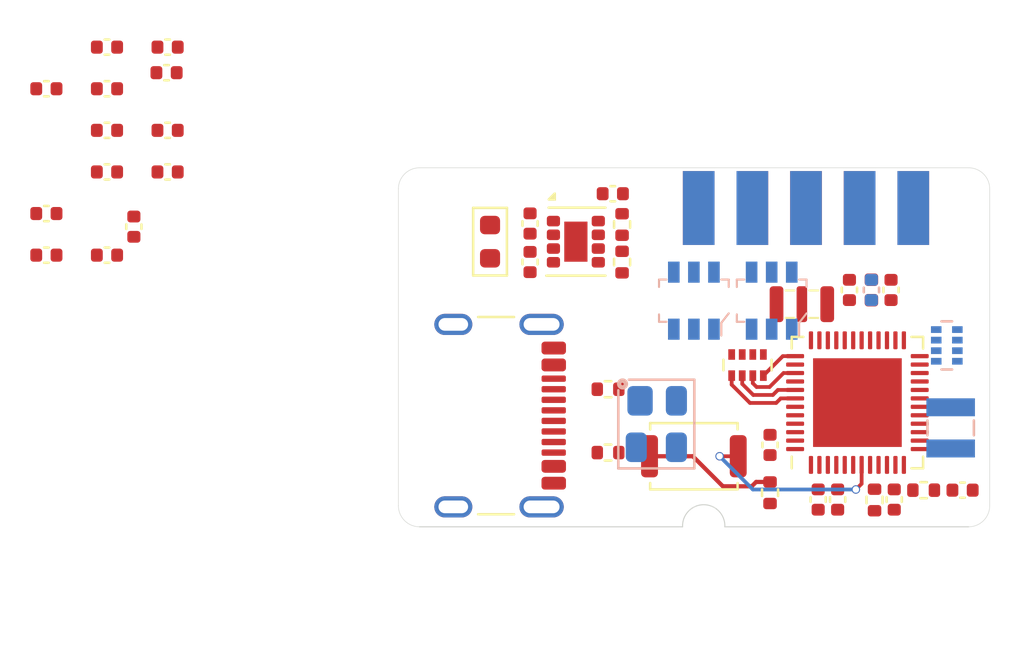
<source format=kicad_pcb>
(kicad_pcb (version 20240108) (generator "pcbnew") (generator_version "8.0")
  (layers (0 "F.Cu" signal) (31 "B.Cu" signal) (34 "B.Paste" user) (35 "F.Paste" user) (36 "B.SilkS" user "B.Silkscreen") (37 "F.SilkS" user "F.Silkscreen") (38 "B.Mask" user) (39 "F.Mask" user) (44 "Edge.Cuts" user))
  (net 0 "")
  (net 1 "/core/Vana")
  (net 2 "Net-(U1B-RESETN)")
  (net 3 "Net-(U1C-VDD_PMCCAP)")
  (net 4 "Net-(U1C-VDD_OTPCAP)")
  (net 5 "Net-(U2-SS{slash}TR)")
  (net 6 "/core/USB_D-")
  (net 7 "/core/USB_D+")
  (net 10 "Net-(J1-CC2)")
  (net 11 "Net-(J1-CC1)")
  (net 12 "Net-(U1A-DCDC_LP)")
  (net 13 "Net-(U2-FB)")
  (net 14 "/core/BOOT0")
  (net 15 "Net-(R5-Pad2)")
  (net 16 "Net-(RN1-R4.1)")
  (net 22 "/core/SPI_CS")
  (net 29 "Net-(RN1-R3.1)")
  (net 30 "Net-(RN1-R2.1)")
  (net 33 "Net-(RN1-R1.1)")
  (net 35 "Net-(RN2-R2.1)")
  (net 36 "Net-(RN2-R3.1)")
  (net 37 "Net-(RN2-R1.1)")
  (net 41 "Net-(RN2-R4.1)")
  (net 42 "/core/BOOT1")
  (net 43 "/core/XTALO")
  (net 44 "/core/XTALI")
  (net 48 "GND")
  (net 49 "+3.3V")
  (net 50 "/SWDIO{slash}JTAG_TMS")
  (net 51 "/uart_rx")
  (net 52 "/uart_tx")
  (net 53 "/SWCLK{slash}JTAG_TCK")
  (net 54 "/SWRST{slash}JTAG_TRST")
  (net 55 "/TVCC")
  (net 56 "/JTAG_TDO")
  (net 57 "/JTAG_TDI")
  (net 58 "VBUS")
  (net 65 "Net-(F1-Pad1)")
  (footprint "Capacitor_SMD:C_0402_1005Metric" (layer "F.Cu") (at 74.168 29.718 -90)
    (property "Reference" "C23" (hide yes))
    (property "Value" "0.1uF")
    (fp_line (start -0.107836 0.36) (end 0.107836 0.36) (stroke (width 0.12)) (layer "F.SilkS"))
    (fp_line (start -0.107836 -0.36) (end 0.107836 -0.36) (stroke (width 0.12)) (layer "F.SilkS"))
    (pad "1" smd roundrect (at -0.48 0 270) (size 0.56 0.62) (layers "F.Cu" "F.Paste" "F.Mask") (net 48 "GND"))
    (pad "2" smd roundrect (at 0.48 0 270) (size 0.56 0.62) (layers "F.Cu" "F.Paste" "F.Mask") (net 49 "+3.3V"))
  )
  (footprint "HPM_footprints:QFN-48_6x6mm_P0.4mm_EP4.2x4.2mm" (layer "F.Cu") (at 74.546 35.052 90)
    (property "Reference" "U1" (hide yes))
    (property "Value" "HPM5301IEGx")
    (fp_line (start 3.11 -3.11) (end 3.11 -2.56) (stroke (width 0.12)) (layer "F.SilkS"))
    (fp_line (start 2.56 -3.11) (end 3.11 -3.11) (stroke (width 0.12)) (layer "F.SilkS"))
    (fp_line (start -2.56 -3.11) (end -3.11 -3.11) (stroke (width 0.12)) (layer "F.SilkS"))
    (fp_line (start 3.11 3.11) (end 3.11 2.56) (stroke (width 0.12)) (layer "F.SilkS"))
    (fp_line (start 2.56 3.11) (end 3.11 3.11) (stroke (width 0.12)) (layer "F.SilkS"))
    (fp_line (start -2.56 3.11) (end -3.11 3.11) (stroke (width 0.12)) (layer "F.SilkS"))
    (fp_line (start -3.11 3.11) (end -3.11 2.56) (stroke (width 0.12)) (layer "F.SilkS"))
    (pad "1" smd roundrect (at -2.95 -2.2 90) (size 0.85 0.2) (layers "F.Cu" "F.Paste" "F.Mask"))
    (pad "2" smd roundrect (at -2.95 -1.8 90) (size 0.85 0.2) (layers "F.Cu" "F.Paste" "F.Mask"))
    (pad "3" smd roundrect (at -2.95 -1.4 90) (size 0.85 0.2) (layers "F.Cu" "F.Paste" "F.Mask"))
    (pad "4" smd roundrect (at -2.95 -1 90) (size 0.85 0.2) (layers "F.Cu" "F.Paste" "F.Mask"))
    (pad "5" smd roundrect (at -2.95 -0.6 90) (size 0.85 0.2) (layers "F.Cu" "F.Paste" "F.Mask") (net 49 "+3.3V"))
    (pad "6" smd roundrect (at -2.95 -0.2 90) (size 0.85 0.2) (layers "F.Cu" "F.Paste" "F.Mask") (net 49 "+3.3V"))
    (pad "7" smd roundrect (at -2.95 0.2 90) (size 0.85 0.2) (layers "F.Cu" "F.Paste" "F.Mask") (net 42 "/core/BOOT1"))
    (pad "8" smd roundrect (at -2.95 0.6 90) (size 0.85 0.2) (layers "F.Cu" "F.Paste" "F.Mask") (net 14 "/core/BOOT0"))
    (pad "9" smd roundrect (at -2.95 1 90) (size 0.85 0.2) (layers "F.Cu" "F.Paste" "F.Mask") (net 49 "+3.3V"))
    (pad "10" smd roundrect (at -2.95 1.4 90) (size 0.85 0.2) (layers "F.Cu" "F.Paste" "F.Mask") (net 4 "Net-(U1C-VDD_OTPCAP)"))
    (pad "11" smd roundrect (at -2.95 1.8 90) (size 0.85 0.2) (layers "F.Cu" "F.Paste" "F.Mask") (net 51 "/uart_rx"))
    (pad "12" smd roundrect (at -2.95 2.2 90) (size 0.85 0.2) (layers "F.Cu" "F.Paste" "F.Mask") (net 52 "/uart_tx"))
    (pad "13" smd roundrect (at -2.2 2.95 90) (size 0.2 0.85) (layers "F.Cu" "F.Paste" "F.Mask") (net 2 "Net-(U1B-RESETN)"))
    (pad "14" smd roundrect (at -1.8 2.95 90) (size 0.2 0.85) (layers "F.Cu" "F.Paste" "F.Mask"))
    (pad "15" smd roundrect (at -1.4 2.95 90) (size 0.2 0.85) (layers "F.Cu" "F.Paste" "F.Mask") (net 12 "Net-(U1A-DCDC_LP)"))
    (pad "16" smd roundrect (at -1 2.95 90) (size 0.2 0.85) (layers "F.Cu" "F.Paste" "F.Mask") (net 49 "+3.3V"))
    (pad "17" smd roundrect (at -0.6 2.95 90) (size 0.2 0.85) (layers "F.Cu" "F.Paste" "F.Mask") (net 3 "Net-(U1C-VDD_PMCCAP)"))
    (pad "18" smd roundrect (at -0.2 2.95 90) (size 0.2 0.85) (layers "F.Cu" "F.Paste" "F.Mask"))
    (pad "19" smd roundrect (at 0.2 2.95 90) (size 0.2 0.85) (layers "F.Cu" "F.Paste" "F.Mask"))
    (pad "20" smd roundrect (at 0.6 2.95 90) (size 0.2 0.85) (layers "F.Cu" "F.Paste" "F.Mask"))
    (pad "21" smd roundrect (at 1 2.95 90) (size 0.2 0.85) (layers "F.Cu" "F.Paste" "F.Mask"))
    (pad "22" smd roundrect (at 1.4 2.95 90) (size 0.2 0.85) (layers "F.Cu" "F.Paste" "F.Mask") (net 37 "Net-(RN2-R1.1)"))
    (pad "23" smd roundrect (at 1.8 2.95 90) (size 0.2 0.85) (layers "F.Cu" "F.Paste" "F.Mask") (net 35 "Net-(RN2-R2.1)"))
    (pad "24" smd roundrect (at 2.2 2.95 90) (size 0.2 0.85) (layers "F.Cu" "F.Paste" "F.Mask") (net 36 "Net-(RN2-R3.1)"))
    (pad "25" smd roundrect (at 2.95 2.2 90) (size 0.85 0.2) (layers "F.Cu" "F.Paste" "F.Mask") (net 41 "Net-(RN2-R4.1)"))
    (pad "26" smd roundrect (at 2.95 1.8 90) (size 0.85 0.2) (layers "F.Cu" "F.Paste" "F.Mask"))
    (pad "27" smd roundrect (at 2.95 1.4 90) (size 0.85 0.2) (layers "F.Cu" "F.Paste" "F.Mask"))
    (pad "28" smd roundrect (at 2.95 1 90) (size 0.85 0.2) (layers "F.Cu" "F.Paste" "F.Mask") (net 49 "+3.3V"))
    (pad "29" smd roundrect (at 2.95 0.6 90) (size 0.85 0.2) (layers "F.Cu" "F.Paste" "F.Mask") (net 49 "+3.3V"))
    (pad "30" smd roundrect (at 2.95 0.2 90) (size 0.85 0.2) (layers "F.Cu" "F.Paste" "F.Mask") (net 48 "GND"))
    (pad "31" smd roundrect (at 2.95 -0.2 90) (size 0.85 0.2) (layers "F.Cu" "F.Paste" "F.Mask") (net 1 "/core/Vana"))
    (pad "32" smd roundrect (at 2.95 -0.6 90) (size 0.85 0.2) (layers "F.Cu" "F.Paste" "F.Mask") (net 1 "/core/Vana"))
    (pad "33" smd roundrect (at 2.95 -1 90) (size 0.85 0.2) (layers "F.Cu" "F.Paste" "F.Mask") (net 49 "+3.3V"))
    (pad "34" smd roundrect (at 2.95 -1.4 90) (size 0.85 0.2) (layers "F.Cu" "F.Paste" "F.Mask") (net 49 "+3.3V"))
    (pad "35" smd roundrect (at 2.95 -1.8 90) (size 0.85 0.2) (layers "F.Cu" "F.Paste" "F.Mask") (net 44 "/core/XTALI"))
    (pad "36" smd roundrect (at 2.95 -2.2 90) (size 0.85 0.2) (layers "F.Cu" "F.Paste" "F.Mask") (net 43 "/core/XTALO"))
    (pad "37" smd roundrect (at 2.2 -2.95 90) (size 0.2 0.85) (layers "F.Cu" "F.Paste" "F.Mask") (net 16 "Net-(RN1-R4.1)"))
    (pad "38" smd roundrect (at 1.8 -2.95 90) (size 0.2 0.85) (layers "F.Cu" "F.Paste" "F.Mask"))
    (pad "39" smd roundrect (at 1.4 -2.95 90) (size 0.2 0.85) (layers "F.Cu" "F.Paste" "F.Mask") (net 29 "Net-(RN1-R3.1)"))
    (pad "40" smd roundrect (at 1 -2.95 90) (size 0.2 0.85) (layers "F.Cu" "F.Paste" "F.Mask"))
    (pad "41" smd roundrect (at 0.6 -2.95 90) (size 0.2 0.85) (layers "F.Cu" "F.Paste" "F.Mask") (net 30 "Net-(RN1-R2.1)"))
    (pad "42" smd roundrect (at 0.2 -2.95 90) (size 0.2 0.85) (layers "F.Cu" "F.Paste" "F.Mask") (net 33 "Net-(RN1-R1.1)"))
    (pad "43" smd roundrect (at -0.2 -2.95 90) (size 0.2 0.85) (layers "F.Cu" "F.Paste" "F.Mask") (net 6 "/core/USB_D-"))
    (pad "44" smd roundrect (at -0.6 -2.95 90) (size 0.2 0.85) (layers "F.Cu" "F.Paste" "F.Mask") (net 7 "/core/USB_D+"))
    (pad "45" smd roundrect (at -1 -2.95 90) (size 0.2 0.85) (layers "F.Cu" "F.Paste" "F.Mask") (net 49 "+3.3V"))
    (pad "46" smd roundrect (at -1.4 -2.95 90) (size 0.2 0.85) (layers "F.Cu" "F.Paste" "F.Mask"))
    (pad "47" smd roundrect (at -1.8 -2.95 90) (size 0.2 0.85) (layers "F.Cu" "F.Paste" "F.Mask"))
    (pad "48" smd roundrect (at -2.2 -2.95 90) (size 0.2 0.85) (layers "F.Cu" "F.Paste" "F.Mask"))
    (pad "49" smd rect (at 0 0 90) (size 4.2 4.2) (layers "F.Cu" "F.Mask") (net 48 "GND"))
  )
  (footprint "Capacitor_SMD:C_0402_1005Metric" (layer "F.Cu") (at 59.044942 26.571415 -90)
    (property "Reference" "C19" (hide yes))
    (property "Value" "10uF")
    (fp_line (start -0.107836 0.36) (end 0.107836 0.36) (stroke (width 0.12)) (layer "F.SilkS"))
    (fp_line (start -0.107836 -0.36) (end 0.107836 -0.36) (stroke (width 0.12)) (layer "F.SilkS"))
    (pad "1" smd roundrect (at -0.48 0 270) (size 0.56 0.62) (layers "F.Cu" "F.Paste" "F.Mask") (net 58 "VBUS"))
    (pad "2" smd roundrect (at 0.48 0 270) (size 0.56 0.62) (layers "F.Cu" "F.Paste" "F.Mask") (net 48 "GND"))
  )
  (footprint "Capacitor_SMD:C_0402_1005Metric" (layer "F.Cu") (at 41.882 18.22)
    (property "Reference" "C15" (hide yes))
    (property "Value" "0.1uF")
    (fp_line (start -0.107836 -0.36) (end 0.107836 -0.36) (stroke (width 0.12)) (layer "F.SilkS"))
    (fp_line (start -0.107836 0.36) (end 0.107836 0.36) (stroke (width 0.12)) (layer "F.SilkS"))
    (pad "1" smd roundrect (at -0.48 0) (size 0.56 0.62) (layers "F.Cu" "F.Paste" "F.Mask") (net 48 "GND"))
    (pad "2" smd roundrect (at 0.48 0) (size 0.56 0.62) (layers "F.Cu" "F.Paste" "F.Mask") (net 3 "Net-(U1C-VDD_PMCCAP)"))
  )
  (footprint "Capacitor_SMD:C_0402_1005Metric" (layer "F.Cu") (at 73.6092 39.642 90)
    (property "Reference" "C24" (hide yes))
    (property "Value" "0.1uF")
    (fp_line (start -0.107836 -0.36) (end 0.107836 -0.36) (stroke (width 0.12)) (layer "F.SilkS"))
    (fp_line (start -0.107836 0.36) (end 0.107836 0.36) (stroke (width 0.12)) (layer "F.SilkS"))
    (pad "1" smd roundrect (at -0.48 0 90) (size 0.56 0.62) (layers "F.Cu" "F.Paste" "F.Mask") (net 48 "GND"))
    (pad "2" smd roundrect (at 0.48 0 90) (size 0.56 0.62) (layers "F.Cu" "F.Paste" "F.Mask") (net 49 "+3.3V"))
  )
  (footprint "Capacitor_SMD:C_0402_1005Metric" (layer "F.Cu") (at 40.2844 26.7208 90)
    (property "Reference" "C14" (hide yes))
    (property "Value" "10uF")
    (fp_line (start -0.107836 -0.36) (end 0.107836 -0.36) (stroke (width 0.12)) (layer "F.SilkS"))
    (fp_line (start -0.107836 0.36) (end 0.107836 0.36) (stroke (width 0.12)) (layer "F.SilkS"))
    (pad "1" smd roundrect (at -0.48 0 90) (size 0.56 0.62) (layers "F.Cu" "F.Paste" "F.Mask") (net 49 "+3.3V"))
    (pad "2" smd roundrect (at 0.48 0 90) (size 0.56 0.62) (layers "F.Cu" "F.Paste" "F.Mask") (net 48 "GND"))
  )
  (footprint "my:CSTCE3213" (layer "F.Cu") (at 71.916 30.392 180)
    (property "Reference" "X1" (hide yes))
    (property "Value" "24MHz")
    (fp_line (start 0.775 0.65) (end 0.35 0.65) (stroke (width 0.1)) (layer "F.SilkS"))
    (fp_line (start 0.775 -0.65) (end 0.35 -0.65) (stroke (width 0.1)) (layer "F.SilkS"))
    (fp_line (start -0.775 0.65) (end -0.35 0.65) (stroke (width 0.1)) (layer "F.SilkS"))
    (fp_line (start -0.775 -0.65) (end -0.35 -0.65) (stroke (width 0.1)) (layer "F.SilkS"))
    (pad "1" smd roundrect (at -1.2 0 180) (size 0.65 1.7) (layers "F.Cu" "F.Paste" "F.Mask") (net 44 "/core/XTALI"))
    (pad "2" smd roundrect (at 0 0 180) (size 0.5 1.7) (layers "F.Cu" "F.Paste" "F.Mask") (net 48 "GND"))
    (pad "3" smd roundrect (at 1.2 0 180) (size 0.65 1.7) (layers "F.Cu" "F.Paste" "F.Mask") (net 43 "/core/XTALO"))
  )
  (footprint "Capacitor_SMD:C_0402_1005Metric" (layer "F.Cu") (at 36.142 26.1)
    (property "Reference" "C5" (hide yes))
    (property "Value" "0.1uF")
    (fp_line (start -0.107836 -0.36) (end 0.107836 -0.36) (stroke (width 0.12)) (layer "F.SilkS"))
    (fp_line (start -0.107836 0.36) (end 0.107836 0.36) (stroke (width 0.12)) (layer "F.SilkS"))
    (pad "1" smd roundrect (at -0.48 0) (size 0.56 0.62) (layers "F.Cu" "F.Paste" "F.Mask") (net 49 "+3.3V"))
    (pad "2" smd roundrect (at 0.48 0) (size 0.56 0.62) (layers "F.Cu" "F.Paste" "F.Mask") (net 48 "GND"))
  )
  (footprint "Fuse_US_Handsoldering_AKL:Fuse_0603_1608Metric" (layer "F.Cu") (at 57.15 27.432 90)
    (property "Reference" "F1" (hide yes))
    (property "Value" "200mA" (hide yes))
    (fp_line (start 1.6 -0.8) (end -1.6 -0.8) (stroke (width 0.12)) (layer "F.SilkS"))
    (fp_line (start -1.6 -0.8) (end -1.6 0.8) (stroke (width 0.12)) (layer "F.SilkS"))
    (fp_line (start 1.6 0.8) (end 1.6 -0.8) (stroke (width 0.12)) (layer "F.SilkS"))
    (fp_line (start -1.6 0.8) (end 1.6 0.8) (stroke (width 0.12)) (layer "F.SilkS"))
    (pad "1" smd roundrect (at -0.7875 0 90) (size 0.875 0.95) (layers "F.Cu" "F.Paste" "F.Mask") (net 65 "Net-(F1-Pad1)"))
    (pad "2" smd roundrect (at 0.7875 0 90) (size 0.875 0.95) (layers "F.Cu" "F.Paste" "F.Mask") (net 58 "VBUS"))
  )
  (footprint "Button_Switch_SMD:SW_Push_SPST_NO_Alps_SKRK" (layer "F.Cu") (at 66.802 37.592)
    (property "Reference" "SW1" (hide yes))
    (property "Value" "SW_Push")
    (fp_line (start -2.07 -1.57) (end 2.07 -1.57) (stroke (width 0.12)) (layer "F.SilkS"))
    (fp_line (start -2.07 -1.27) (end -2.07 -1.57) (stroke (width 0.12)) (layer "F.SilkS"))
    (fp_line (start -2.07 1.57) (end -2.07 1.27) (stroke (width 0.12)) (layer "F.SilkS"))
    (fp_line (start 2.07 -1.57) (end 2.07 -1.27) (stroke (width 0.12)) (layer "F.SilkS"))
    (fp_line (start 2.07 1.27) (end 2.07 1.57) (stroke (width 0.12)) (layer "F.SilkS"))
    (fp_line (start 2.07 1.57) (end -2.07 1.57) (stroke (width 0.12)) (layer "F.SilkS"))
    (pad "1" smd roundrect (at -2.1 0) (size 0.8 2) (layers "F.Cu" "F.Paste" "F.Mask") (net 15 "Net-(R5-Pad2)"))
    (pad "2" smd roundrect (at 2.1 0) (size 0.8 2) (layers "F.Cu" "F.Paste" "F.Mask") (net 42 "/core/BOOT1"))
  )
  (footprint "Capacitor_SMD:C_0402_1005Metric" (layer "F.Cu") (at 62.9625 25.160982)
    (property "Reference" "C20" (hide yes))
    (property "Value" "430pF")
    (fp_line (start -0.107836 -0.36) (end 0.107836 -0.36) (stroke (width 0.12)) (layer "F.SilkS"))
    (fp_line (start -0.107836 0.36) (end 0.107836 0.36) (stroke (width 0.12)) (layer "F.SilkS"))
    (pad "1" smd roundrect (at -0.48 0) (size 0.56 0.62) (layers "F.Cu" "F.Paste" "F.Mask") (net 5 "Net-(U2-SS{slash}TR)"))
    (pad "2" smd roundrect (at 0.48 0) (size 0.56 0.62) (layers "F.Cu" "F.Paste" "F.Mask") (net 48 "GND"))
  )
  (footprint "Resistor_SMD:R_0402_1005Metric" (layer "F.Cu") (at 77.682118 39.198102 180)
    (property "Reference" "R1" (hide yes))
    (property "Value" "10kΩ")
    (fp_line (start -0.153641 0.38) (end 0.153641 0.38) (stroke (width 0.12)) (layer "F.SilkS"))
    (fp_line (start -0.153641 -0.38) (end 0.153641 -0.38) (stroke (width 0.12)) (layer "F.SilkS"))
    (pad "1" smd roundrect (at -0.51 0 180) (size 0.54 0.64) (layers "F.Cu" "F.Paste" "F.Mask") (net 2 "Net-(U1B-RESETN)"))
    (pad "2" smd roundrect (at 0.51 0 180) (size 0.54 0.64) (layers "F.Cu" "F.Paste" "F.Mask") (net 49 "+3.3V"))
  )
  (footprint "Resistor_SMD:R_0402_1005Metric" (layer "F.Cu") (at 63.4025 26.618 -90)
    (property "Reference" "R3" (hide yes))
    (property "Value" "100kΩ")
    (fp_line (start -0.153641 0.38) (end 0.153641 0.38) (stroke (width 0.12)) (layer "F.SilkS"))
    (fp_line (start -0.153641 -0.38) (end 0.153641 -0.38) (stroke (width 0.12)) (layer "F.SilkS"))
    (pad "1" smd roundrect (at -0.51 0 270) (size 0.54 0.64) (layers "F.Cu" "F.Paste" "F.Mask") (net 48 "GND"))
    (pad "2" smd roundrect (at 0.51 0 270) (size 0.54 0.64) (layers "F.Cu" "F.Paste" "F.Mask") (net 13 "Net-(U2-FB)"))
  )
  (footprint "Capacitor_SMD:C_0402_1005Metric" (layer "F.Cu") (at 36.142 20.19)
    (property "Reference" "C2" (hide yes))
    (property "Value" "0.1uF")
    (fp_line (start -0.107836 -0.36) (end 0.107836 -0.36) (stroke (width 0.12)) (layer "F.SilkS"))
    (fp_line (start -0.107836 0.36) (end 0.107836 0.36) (stroke (width 0.12)) (layer "F.SilkS"))
    (pad "1" smd roundrect (at -0.48 0) (size 0.56 0.62) (layers "F.Cu" "F.Paste" "F.Mask") (net 1 "/core/Vana"))
    (pad "2" smd roundrect (at 0.48 0) (size 0.56 0.62) (layers "F.Cu" "F.Paste" "F.Mask") (net 48 "GND"))
  )
  (footprint "Capacitor_SMD:C_0402_1005Metric" (layer "F.Cu") (at 39.012 18.22)
    (property "Reference" "C8" (hide yes))
    (property "Value" "0.1uF")
    (fp_line (start -0.107836 -0.36) (end 0.107836 -0.36) (stroke (width 0.12)) (layer "F.SilkS"))
    (fp_line (start -0.107836 0.36) (end 0.107836 0.36) (stroke (width 0.12)) (layer "F.SilkS"))
    (pad "1" smd roundrect (at -0.48 0) (size 0.56 0.62) (layers "F.Cu" "F.Paste" "F.Mask") (net 49 "+3.3V"))
    (pad "2" smd roundrect (at 0.48 0) (size 0.56 0.62) (layers "F.Cu" "F.Paste" "F.Mask") (net 48 "GND"))
  )
  (footprint "my:2x5P 2.54mm 夹贴" (layer "F.Cu") (at 72.110893 23.237893)
    (property "Reference" "J2" (hide yes))
    (property "Value" "302-S101")
    (pad "1" smd rect (at -5.08 2.6) (size 1.5 3.5) (layers "F.Cu" "F.Paste" "F.Mask") (net 54 "/SWRST{slash}JTAG_TRST"))
    (pad "2" smd rect (at -5.08 2.6) (size 1.5 3.5) (layers "B.Cu" "B.Paste" "B.Mask") (net 57 "/JTAG_TDI"))
    (pad "3" smd rect (at -2.54 2.6) (size 1.5 3.5) (layers "F.Cu" "F.Paste" "F.Mask") (net 53 "/SWCLK{slash}JTAG_TCK"))
    (pad "4" smd rect (at -2.54 2.6) (size 1.5 3.5) (layers "B.Cu" "B.Paste" "B.Mask"))
    (pad "5" smd rect (at 0 2.6) (size 1.5 3.5) (layers "F.Cu" "F.Paste" "F.Mask") (net 50 "/SWDIO{slash}JTAG_TMS"))
    (pad "6" smd rect (at 0 2.6) (size 1.5 3.5) (layers "B.Cu" "B.Paste" "B.Mask") (net 56 "/JTAG_TDO"))
    (pad "7" smd rect (at 2.54 2.6) (size 1.5 3.5) (layers "F.Cu" "F.Paste" "F.Mask") (net 48 "GND"))
    (pad "8" smd rect (at 2.54 2.6) (size 1.5 3.5) (layers "B.Cu" "B.Paste" "B.Mask") (net 51 "/uart_rx"))
    (pad "9" smd rect (at 5.08 2.6) (size 1.5 3.5) (layers "F.Cu" "F.Paste" "F.Mask") (net 55 "/TVCC"))
    (pad "10" smd rect (at 5.08 2.6) (size 1.5 3.5) (layers "B.Cu" "B.Paste" "B.Mask") (net 52 "/uart_tx"))
  )
  (footprint "Capacitor_SMD:C_0402_1005Metric" (layer "F.Cu") (at 41.882 24.13)
    (property "Reference" "C18" (hide yes))
    (property "Value" "4.7uF")
    (fp_line (start -0.107836 -0.36) (end 0.107836 -0.36) (stroke (width 0.12)) (layer "F.SilkS"))
    (fp_line (start -0.107836 0.36) (end 0.107836 0.36) (stroke (width 0.12)) (layer "F.SilkS"))
    (pad "1" smd roundrect (at -0.48 0) (size 0.56 0.62) (layers "F.Cu" "F.Paste" "F.Mask") (net 4 "Net-(U1C-VDD_OTPCAP)"))
    (pad "2" smd roundrect (at 0.48 0) (size 0.56 0.62) (layers "F.Cu" "F.Paste" "F.Mask") (net 48 "GND"))
  )
  (footprint "Capacitor_SMD:C_0402_1005Metric" (layer "F.Cu") (at 72.68788 39.642 -90)
    (property "Reference" "C3" (hide yes))
    (property "Value" "0.1uF")
    (fp_line (start -0.107836 0.36) (end 0.107836 0.36) (stroke (width 0.12)) (layer "F.SilkS"))
    (fp_line (start -0.107836 -0.36) (end 0.107836 -0.36) (stroke (width 0.12)) (layer "F.SilkS"))
    (pad "1" smd roundrect (at -0.48 0 270) (size 0.56 0.62) (layers "F.Cu" "F.Paste" "F.Mask") (net 49 "+3.3V"))
    (pad "2" smd roundrect (at 0.48 0 270) (size 0.56 0.62) (layers "F.Cu" "F.Paste" "F.Mask") (net 48 "GND"))
  )
  (footprint "Capacitor_SMD:C_0402_1005Metric" (layer "F.Cu") (at 39.012 20.19)
    (property "Reference" "C9" (hide yes))
    (property "Value" "1uF")
    (fp_line (start -0.107836 -0.36) (end 0.107836 -0.36) (stroke (width 0.12)) (layer "F.SilkS"))
    (fp_line (start -0.107836 0.36) (end 0.107836 0.36) (stroke (width 0.12)) (layer "F.SilkS"))
    (pad "1" smd roundrect (at -0.48 0) (size 0.56 0.62) (layers "F.Cu" "F.Paste" "F.Mask") (net 49 "+3.3V"))
    (pad "2" smd roundrect (at 0.48 0) (size 0.56 0.62) (layers "F.Cu" "F.Paste" "F.Mask") (net 48 "GND"))
  )
  (footprint "my:Texas_SIL0008D_MicroSiP-8-1EP_2.8x3mm_P0.65mm_EP1.1x1.9mm" (layer "F.Cu") (at 61.214 27.432)
    (property "Reference" "U2" (hide yes))
    (property "Value" "TPS82130")
    (fp_line (start -1.4 1.61) (end 1.4 1.61) (stroke (width 0.12)) (layer "F.SilkS"))
    (fp_line (start -1.29 -1.61) (end 1.4 -1.61) (stroke (width 0.12)) (layer "F.SilkS"))
    (fp_poly (pts (xy -1 -2) (xy -1.28 -2) (xy -1 -2.28) (xy -1 -2)) (stroke (width 0.12)) (fill solid) (layer "F.SilkS"))
    (pad "1" smd roundrect (at -1.0625 -0.975) (size 0.625 0.5) (layers "F.Cu" "F.Paste" "F.Mask") (net 58 "VBUS"))
    (pad "2" smd roundrect (at -1.0625 -0.325) (size 0.625 0.5) (layers "F.Cu" "F.Paste" "F.Mask") (net 58 "VBUS"))
    (pad "3" smd roundrect (at -1.0625 0.325) (size 0.625 0.5) (layers "F.Cu" "F.Paste" "F.Mask") (net 48 "GND"))
    (pad "4" smd roundrect (at -1.0625 0.975) (size 0.625 0.5) (layers "F.Cu" "F.Paste" "F.Mask") (net 49 "+3.3V"))
    (pad "5" smd roundrect (at 1.0625 0.975) (size 0.625 0.5) (layers "F.Cu" "F.Paste" "F.Mask") (net 49 "+3.3V"))
    (pad "6" smd roundrect (at 1.0625 0.325) (size 0.625 0.5) (layers "F.Cu" "F.Paste" "F.Mask") (net 13 "Net-(U2-FB)"))
    (pad "7" smd roundrect (at 1.0625 -0.325) (size 0.625 0.5) (layers "F.Cu" "F.Paste" "F.Mask"))
    (pad "8" smd roundrect (at 1.0625 -0.975) (size 0.625 0.5) (layers "F.Cu" "F.Paste" "F.Mask") (net 5 "Net-(U2-SS{slash}TR)"))
    (pad "9" smd rect (at 0 0) (size 1.1 1.9) (property pad_prop_heatsink) (layers "F.Cu" "F.Mask") (net 48 "GND"))
  )
  (footprint "Capacitor_SMD:C_0402_1005Metric" (layer "F.Cu") (at 79.5248 39.198102)
    (property "Reference" "C12" (hide yes))
    (property "Value" "0.1uF")
    (fp_line (start -0.107836 -0.36) (end 0.107836 -0.36) (stroke (width 0.12)) (layer "F.SilkS"))
    (fp_line (start -0.107836 0.36) (end 0.107836 0.36) (stroke (width 0.12)) (layer "F.SilkS"))
    (pad "1" smd roundrect (at -0.48 0) (size 0.56 0.62) (layers "F.Cu" "F.Paste" "F.Mask") (net 2 "Net-(U1B-RESETN)"))
    (pad "2" smd roundrect (at 0.48 0) (size 0.56 0.62) (layers "F.Cu" "F.Paste" "F.Mask") (net 48 "GND"))
  )
  (footprint "Resistor_SMD:R_0402_1005Metric" (layer "F.Cu") (at 70.4088 39.3192 90)
    (property "Reference" "R5" (hide yes))
    (property "Value" "10kΩ")
    (fp_line (start -0.153641 -0.38) (end 0.153641 -0.38) (stroke (width 0.12)) (layer "F.SilkS"))
    (fp_line (start -0.153641 0.38) (end 0.153641 0.38) (stroke (width 0.12)) (layer "F.SilkS"))
    (pad "1" smd roundrect (at -0.51 0 90) (size 0.54 0.64) (layers "F.Cu" "F.Paste" "F.Mask") (net 49 "+3.3V"))
    (pad "2" smd roundrect (at 0.51 0 90) (size 0.54 0.64) (layers "F.Cu" "F.Paste" "F.Mask") (net 15 "Net-(R5-Pad2)"))
  )
  (footprint "Inductor_SMD:L_0402_1005Metric" (layer "F.Cu") (at 75.208932 29.718 -90)
    (property "Reference" "L1" (hide yes))
    (property "Value" "120Ω@100MHZ")
    (pad "1" smd roundrect (at -0.485 0 270) (size 0.59 0.64) (layers "F.Cu" "F.Paste" "F.Mask") (net 49 "+3.3V"))
    (pad "2" smd roundrect (at 0.485 0 270) (size 0.59 0.64) (layers "F.Cu" "F.Paste" "F.Mask") (net 1 "/core/Vana"))
  )
  (footprint "Capacitor_SMD:C_0402_1005Metric" (layer "F.Cu") (at 41.832 19.43)
    (property "Reference" "C16" (hide yes))
    (property "Value" "4.7uF")
    (fp_line (start -0.107836 -0.36) (end 0.107836 -0.36) (stroke (width 0.12)) (layer "F.SilkS"))
    (fp_line (start -0.107836 0.36) (end 0.107836 0.36) (stroke (width 0.12)) (layer "F.SilkS"))
    (pad "1" smd roundrect (at -0.48 0) (size 0.56 0.62) (layers "F.Cu" "F.Paste" "F.Mask") (net 48 "GND"))
    (pad "2" smd roundrect (at 0.48 0) (size 0.56 0.62) (layers "F.Cu" "F.Paste" "F.Mask") (net 3 "Net-(U1C-VDD_PMCCAP)"))
  )
  (footprint "Resistor_SMD:R_0402_1005Metric" (layer "F.Cu") (at 62.738 37.418893)
    (property "Reference" "R7" (hide yes))
    (property "Value" "5.1k")
    (fp_line (start -0.153641 -0.38) (end 0.153641 -0.38) (stroke (width 0.12)) (layer "F.SilkS"))
    (fp_line (start -0.153641 0.38) (end 0.153641 0.38) (stroke (width 0.12)) (layer "F.SilkS"))
    (pad "1" smd roundrect (at -0.51 0) (size 0.54 0.64) (layers "F.Cu" "F.Paste" "F.Mask") (net 10 "Net-(J1-CC2)"))
    (pad "2" smd roundrect (at 0.51 0) (size 0.54 0.64) (layers "F.Cu" "F.Paste" "F.Mask") (net 48 "GND"))
  )
  (footprint "Connector_USB:USB_C_Receptacle_GCT_USB4105-xx-A_16P_TopMnt_Horizontal" (layer "F.Cu") (at 56.485893 35.668893 -90)
    (property "Reference" "J1" (hide yes))
    (property "Value" "USB_C_Receptacle_USB2.0_16P")
    (fp_line (start -4.67 -0.1) (end -4.67 -1.8) (stroke (width 0.12)) (layer "F.SilkS"))
    (fp_line (start 4.67 -0.1) (end 4.67 -1.8) (stroke (width 0.12)) (layer "F.SilkS"))
    (pad "" np_thru_hole circle (at -2.89 -2.605 270) (size 0.65 0.65) (drill 0.65) (layers "F&B.Cu" "*.Mask"))
    (pad "" np_thru_hole circle (at 2.89 -2.605 270) (size 0.65 0.65) (drill 0.65) (layers "F&B.Cu" "*.Mask"))
    (pad "A1" smd roundrect (at -3.2 -3.68 270) (size 0.6 1.15) (layers "F.Cu" "F.Paste" "F.Mask") (net 48 "GND"))
    (pad "A4" smd roundrect (at -2.4 -3.68 270) (size 0.6 1.15) (layers "F.Cu" "F.Paste" "F.Mask") (net 65 "Net-(F1-Pad1)"))
    (pad "A5" smd roundrect (at -1.25 -3.68 270) (size 0.3 1.15) (layers "F.Cu" "F.Paste" "F.Mask") (net 11 "Net-(J1-CC1)"))
    (pad "A6" smd roundrect (at -0.25 -3.68 270) (size 0.3 1.15) (layers "F.Cu" "F.Paste" "F.Mask") (net 7 "/core/USB_D+"))
    (pad "A7" smd roundrect (at 0.25 -3.68 270) (size 0.3 1.15) (layers "F.Cu" "F.Paste" "F.Mask") (net 6 "/core/USB_D-"))
    (pad "A8" smd roundrect (at 1.25 -3.68 270) (size 0.3 1.15) (layers "F.Cu" "F.Paste" "F.Mask"))
    (pad "A9" smd roundrect (at 2.4 -3.68 270) (size 0.6 1.15) (layers "F.Cu" "F.Paste" "F.Mask") (net 65 "Net-(F1-Pad1)"))
    (pad "A12" smd roundrect (at 3.2 -3.68 270) (size 0.6 1.15) (layers "F.Cu" "F.Paste" "F.Mask") (net 48 "GND"))
    (pad "B1" smd roundrect (at 3.2 -3.68 270) (size 0.6 1.15) (layers "F.Cu" "F.Paste" "F.Mask") (net 48 "GND"))
    (pad "B4" smd roundrect (at 2.4 -3.68 270) (size 0.6 1.15) (layers "F.Cu" "F.Paste" "F.Mask") (net 65 "Net-(F1-Pad1)"))
    (pad "B5" smd roundrect (at 1.75 -3.68 270) (size 0.3 1.15) (layers "F.Cu" "F.Paste" "F.Mask") (net 10 "Net-(J1-CC2)"))
    (pad "B6" smd roundrect (at 0.75 -3.68 270) (size 0.3 1.15) (layers "F.Cu" "F.Paste" "F.Mask") (net 7 "/core/USB_D+"))
    (pad "B7" smd roundrect (at -0.75 -3.68 270) (size 0.3 1.15) (layers "F.Cu" "F.Paste" "F.Mask") (net 6 "/core/USB_D-"))
    (pad "B8" smd roundrect (at -1.75 -3.68 270) (size 0.3 1.15) (layers "F.Cu" "F.Paste" "F.Mask"))
    (pad "B9" smd roundrect (at -2.4 -3.68 270) (size 0.6 1.15) (layers "F.Cu" "F.Paste" "F.Mask") (net 65 "Net-(F1-Pad1)"))
    (pad "B12" smd roundrect (at -3.2 -3.68 270) (size 0.6 1.15) (layers "F.Cu" "F.Paste" "F.Mask") (net 48 "GND"))
    (pad "S1" thru_hole oval (at -4.32 -3.105 270) (size 1 2.1) (drill oval 0.6 1.7) (layers "*.Cu" "*.Mask" "F.Paste") (net 48 "GND"))
    (pad "S1" thru_hole oval (at -4.32 1.075 270) (size 1 1.8) (drill oval 0.6 1.4) (layers "*.Cu" "*.Mask" "F.Paste") (net 48 "GND"))
    (pad "S1" thru_hole oval (at 4.32 -3.105 270) (size 1 2.1) (drill oval 0.6 1.7) (layers "*.Cu" "*.Mask" "F.Paste") (net 48 "GND"))
    (pad "S1" thru_hole oval (at 4.32 1.075 270) (size 1 1.8) (drill oval 0.6 1.4) (layers "*.Cu" "*.Mask" "F.Paste") (net 48 "GND"))
  )
  (footprint "Resistor_SMD:R_0402_1005Metric" (layer "F.Cu") (at 62.738 34.418893)
    (property "Reference" "R6" (hide yes))
    (property "Value" "5.1k")
    (fp_line (start -0.153641 -0.38) (end 0.153641 -0.38) (stroke (width 0.12)) (layer "F.SilkS"))
    (fp_line (start -0.153641 0.38) (end 0.153641 0.38) (stroke (width 0.12)) (layer "F.SilkS"))
    (pad "1" smd roundrect (at -0.51 0) (size 0.54 0.64) (layers "F.Cu" "F.Paste" "F.Mask") (net 11 "Net-(J1-CC1)"))
    (pad "2" smd roundrect (at 0.51 0) (size 0.54 0.64) (layers "F.Cu" "F.Paste" "F.Mask") (net 48 "GND"))
  )
  (footprint "Capacitor_SMD:C_0402_1005Metric" (layer "F.Cu") (at 70.408519 37.056 -90)
    (property "Reference" "C7" (hide yes))
    (property "Value" "0.1uF")
    (fp_line (start -0.107836 0.36) (end 0.107836 0.36) (stroke (width 0.12)) (layer "F.SilkS"))
    (fp_line (start -0.107836 -0.36) (end 0.107836 -0.36) (stroke (width 0.12)) (layer "F.SilkS"))
    (pad "1" smd roundrect (at -0.48 0 270) (size 0.56 0.62) (layers "F.Cu" "F.Paste" "F.Mask") (net 49 "+3.3V"))
    (pad "2" smd roundrect (at 0.48 0 270) (size 0.56 0.62) (layers "F.Cu" "F.Paste" "F.Mask") (net 48 "GND"))
  )
  (footprint "Resistor_SMD:R_0402_1005Metric" (layer "F.Cu") (at 75.356627 39.662 90)
    (property "Reference" "R4" (hide yes))
    (property "Value" "100kΩ")
    (fp_line (start -0.153641 -0.38) (end 0.153641 -0.38) (stroke (width 0.12)) (layer "F.SilkS"))
    (fp_line (start -0.153641 0.38) (end 0.153641 0.38) (stroke (width 0.12)) (layer "F.SilkS"))
    (pad "1" smd roundrect (at -0.51 0 90) (size 0.54 0.64) (layers "F.Cu" "F.Paste" "F.Mask") (net 48 "GND"))
    (pad "2" smd roundrect (at 0.51 0 90) (size 0.54 0.64) (layers "F.Cu" "F.Paste" "F.Mask") (net 14 "/core/BOOT0"))
  )
  (footprint "Capacitor_SMD:C_0402_1005Metric" (layer "F.Cu") (at 39.012 22.16)
    (property "Reference" "C10" (hide yes))
    (property "Value" "22uF")
    (fp_line (start -0.107836 -0.36) (end 0.107836 -0.36) (stroke (width 0.12)) (layer "F.SilkS"))
    (fp_line (start -0.107836 0.36) (end 0.107836 0.36) (stroke (width 0.12)) (layer "F.SilkS"))
    (pad "1" smd roundrect (at -0.48 0) (size 0.56 0.62) (layers "F.Cu" "F.Paste" "F.Mask") (net 49 "+3.3V"))
    (pad "2" smd roundrect (at 0.48 0) (size 0.56 0.62) (layers "F.Cu" "F.Paste" "F.Mask") (net 48 "GND"))
  )
  (footprint "Resistor_SMD:R_0402_1005Metric" (layer "F.Cu") (at 63.4025 28.398 -90)
    (property "Reference" "R2" (hide yes))
    (property "Value" "309kΩ")
    (fp_line (start -0.153641 0.38) (end 0.153641 0.38) (stroke (width 0.12)) (layer "F.SilkS"))
    (fp_line (start -0.153641 -0.38) (end 0.153641 -0.38) (stroke (width 0.12)) (layer "F.SilkS"))
    (pad "1" smd roundrect (at -0.51 0 270) (size 0.54 0.64) (layers "F.Cu" "F.Paste" "F.Mask") (net 13 "Net-(U2-FB)"))
    (pad "2" smd roundrect (at 0.51 0 270) (size 0.54 0.64) (layers "F.Cu" "F.Paste" "F.Mask") (net 49 "+3.3V"))
  )
  (footprint "Capacitor_SMD:C_0402_1005Metric" (layer "F.Cu") (at 36.142 28.07)
    (property "Reference" "C6" (hide yes))
    (property "Value" "0.1uF")
    (fp_line (start -0.107836 -0.36) (end 0.107836 -0.36) (stroke (width 0.12)) (layer "F.SilkS"))
    (fp_line (start -0.107836 0.36) (end 0.107836 0.36) (stroke (width 0.12)) (layer "F.SilkS"))
    (pad "1" smd roundrect (at -0.48 0) (size 0.56 0.62) (layers "F.Cu" "F.Paste" "F.Mask") (net 49 "+3.3V"))
    (pad "2" smd roundrect (at 0.48 0) (size 0.56 0.62) (layers "F.Cu" "F.Paste" "F.Mask") (net 48 "GND"))
  )
  (footprint "Resistor_SMD:R_Array_Concave_4x0402" (layer "F.Cu") (at 69.342 33.274 90)
    (property "Reference" "RN1" (hide yes))
    (property "Value" "22")
    (fp_line (start 0.25 -1.14) (end -0.25 -1.14) (stroke (width 0.12)) (layer "F.SilkS"))
    (fp_line (start 0.25 1.14) (end -0.25 1.14) (stroke (width 0.12)) (layer "F.SilkS"))
    (pad "1" smd rect (at -0.5 -0.75 90) (size 0.5 0.32) (layers "F.Cu" "F.Paste" "F.Mask") (net 33 "Net-(RN1-R1.1)"))
    (pad "2" smd rect (at -0.5 -0.25 90) (size 0.5 0.32) (layers "F.Cu" "F.Paste" "F.Mask") (net 30 "Net-(RN1-R2.1)"))
    (pad "3" smd rect (at -0.5 0.25 90) (size 0.5 0.32) (layers "F.Cu" "F.Paste" "F.Mask") (net 29 "Net-(RN1-R3.1)"))
    (pad "4" smd rect (at -0.5 0.75 90) (size 0.5 0.32) (layers "F.Cu" "F.Paste" "F.Mask") (net 16 "Net-(RN1-R4.1)"))
    (pad "5" smd rect (at 0.5 0.75 90) (size 0.5 0.32) (layers "F.Cu" "F.Paste" "F.Mask") (net 54 "/SWRST{slash}JTAG_TRST"))
    (pad "6" smd rect (at 0.5 0.25 90) (size 0.5 0.32) (layers "F.Cu" "F.Paste" "F.Mask") (net 50 "/SWDIO{slash}JTAG_TMS"))
    (pad "7" smd rect (at 0.5 -0.25 90) (size 0.5 0.32) (layers "F.Cu" "F.Paste" "F.Mask") (net 53 "/SWCLK{slash}JTAG_TCK"))
    (pad "8" smd rect (at 0.5 -0.75 90) (size 0.5 0.32) (layers "F.Cu" "F.Paste" "F.Mask") (net 22 "/core/SPI_CS"))
  )
  (footprint "Capacitor_SMD:C_0402_1005Metric" (layer "F.Cu") (at 41.882 22.16)
    (property "Reference" "C17" (hide yes))
    (property "Value" "0.1uF")
    (fp_line (start -0.107836 -0.36) (end 0.107836 -0.36) (stroke (width 0.12)) (layer "F.SilkS"))
    (fp_line (start -0.107836 0.36) (end 0.107836 0.36) (stroke (width 0.12)) (layer "F.SilkS"))
    (pad "1" smd roundrect (at -0.48 0) (size 0.56 0.62) (layers "F.Cu" "F.Paste" "F.Mask") (net 4 "Net-(U1C-VDD_OTPCAP)"))
    (pad "2" smd roundrect (at 0.48 0) (size 0.56 0.62) (layers "F.Cu" "F.Paste" "F.Mask") (net 48 "GND"))
  )
  (footprint "Capacitor_SMD:C_0402_1005Metric" (layer "F.Cu") (at 76.138174 29.718 -90)
    (property "Reference" "C22" (hide yes))
    (property "Value" "0.1uF")
    (fp_line (start -0.107836 0.36) (end 0.107836 0.36) (stroke (width 0.12)) (layer "F.SilkS"))
    (fp_line (start -0.107836 -0.36) (end 0.107836 -0.36) (stroke (width 0.12)) (layer "F.SilkS"))
    (pad "1" smd roundrect (at -0.48 0 270) (size 0.56 0.62) (layers "F.Cu" "F.Paste" "F.Mask") (net 48 "GND"))
    (pad "2" smd roundrect (at 0.48 0 270) (size 0.56 0.62) (layers "F.Cu" "F.Paste" "F.Mask") (net 49 "+3.3V"))
  )
  (footprint "Capacitor_SMD:C_0402_1005Metric" (layer "F.Cu") (at 39.012 24.13)
    (property "Reference" "C11" (hide yes))
    (property "Value" "22uF")
    (fp_line (start -0.107836 -0.36) (end 0.107836 -0.36) (stroke (width 0.12)) (layer "F.SilkS"))
    (fp_line (start -0.107836 0.36) (end 0.107836 0.36) (stroke (width 0.12)) (layer "F.SilkS"))
    (pad "1" smd roundrect (at -0.48 0) (size 0.56 0.62) (layers "F.Cu" "F.Paste" "F.Mask") (net 49 "+3.3V"))
    (pad "2" smd roundrect (at 0.48 0) (size 0.56 0.62) (layers "F.Cu" "F.Paste" "F.Mask") (net 48 "GND"))
  )
  (footprint "Capacitor_SMD:C_0402_1005Metric" (layer "F.Cu") (at 76.289965 39.642 -90)
    (property "Reference" "C4" (hide yes))
    (property "Value" "0.1uF")
    (fp_line (start -0.107836 0.36) (end 0.107836 0.36) (stroke (width 0.12)) (layer "F.SilkS"))
    (fp_line (start -0.107836 -0.36) (end 0.107836 -0.36) (stroke (width 0.12)) (layer "F.SilkS"))
    (pad "1" smd roundrect (at -0.48 0 270) (size 0.56 0.62) (layers "F.Cu" "F.Paste" "F.Mask") (net 49 "+3.3V"))
    (pad "2" smd roundrect (at 0.48 0 270) (size 0.56 0.62) (layers "F.Cu" "F.Paste" "F.Mask") (net 48 "GND"))
  )
  (footprint "Capacitor_SMD:C_0402_1005Metric" (layer "F.Cu") (at 39.012 28.07)
    (property "Reference" "C13" (hide yes))
    (property "Value" "0.1uF")
    (fp_line (start -0.107836 -0.36) (end 0.107836 -0.36) (stroke (width 0.12)) (layer "F.SilkS"))
    (fp_line (start -0.107836 0.36) (end 0.107836 0.36) (stroke (width 0.12)) (layer "F.SilkS"))
    (pad "1" smd roundrect (at -0.48 0) (size 0.56 0.62) (layers "F.Cu" "F.Paste" "F.Mask") (net 49 "+3.3V"))
    (pad "2" smd roundrect (at 0.48 0) (size 0.56 0.62) (layers "F.Cu" "F.Paste" "F.Mask") (net 48 "GND"))
  )
  (footprint "Capacitor_SMD:C_0402_1005Metric" (layer "F.Cu") (at 59.044942 28.394717 90)
    (property "Reference" "C21" (hide yes))
    (property "Value" "22uF")
    (fp_line (start -0.107836 -0.36) (end 0.107836 -0.36) (stroke (width 0.12)) (layer "F.SilkS"))
    (fp_line (start -0.107836 0.36) (end 0.107836 0.36) (stroke (width 0.12)) (layer "F.SilkS"))
    (pad "1" smd roundrect (at -0.48 0 90) (size 0.56 0.62) (layers "F.Cu" "F.Paste" "F.Mask") (net 49 "+3.3V"))
    (pad "2" smd roundrect (at 0.48 0 90) (size 0.56 0.62) (layers "F.Cu" "F.Paste" "F.Mask") (net 48 "GND"))
  )
  (footprint "digikey-footprints:SOT-23-6" (layer "B.Cu") (at 66.802 30.226 180)
    (property "Reference" "D3" (hide yes))
    (property "Value" "SRV05-4_TCT")
    (fp_line (start 1.65 1) (end 1.3 1) (stroke (width 0.1)) (layer "B.SilkS"))
    (fp_line (start 1.65 0.65) (end 1.65 1) (stroke (width 0.1)) (layer "B.SilkS"))
    (fp_line (start 1.65 -1) (end 1.65 -0.65) (stroke (width 0.1)) (layer "B.SilkS"))
    (fp_line (start 1.3 -1) (end 1.65 -1) (stroke (width 0.1)) (layer "B.SilkS"))
    (fp_line (start -1.3 -1.05) (end -1.3 -1.65) (stroke (width 0.1)) (layer "B.SilkS"))
    (fp_line (start -1.65 1) (end -1.3 1) (stroke (width 0.1)) (layer "B.SilkS"))
    (fp_line (start -1.65 0.65) (end -1.65 1) (stroke (width 0.1)) (layer "B.SilkS"))
    (fp_line (start -1.65 -0.6) (end -1.3 -1.05) (stroke (width 0.1)) (layer "B.SilkS"))
    (pad "1" smd rect (at -0.95 -1.35 180) (size 0.55 1) (layers "B.Cu" "B.Paste" "B.Mask"))
    (pad "2" smd rect (at 0 -1.35 180) (size 0.55 1) (layers "B.Cu" "B.Paste" "B.Mask") (net 48 "GND"))
    (pad "3" smd rect (at 0.95 -1.35 180) (size 0.55 1) (layers "B.Cu" "B.Paste" "B.Mask"))
    (pad "4" smd rect (at 0.95 1.35 180) (size 0.55 1) (layers "B.Cu" "B.Paste" "B.Mask"))
    (pad "5" smd rect (at 0 1.35 180) (size 0.55 1) (layers "B.Cu" "B.Paste" "B.Mask") (net 49 "+3.3V"))
    (pad "6" smd rect (at -0.95 1.35 180) (size 0.55 1) (layers "B.Cu" "B.Paste" "B.Mask"))
  )
  (footprint "Capacitor_SMD:C_0402_1005Metric" (layer "B.Cu") (at 75.208932 29.718 90)
    (property "Reference" "C1" (hide yes))
    (property "Value" "0.1uF")
    (fp_line (start 0.107836 -0.36) (end -0.107836 -0.36) (stroke (width 0.12)) (layer "B.SilkS"))
    (fp_line (start 0.107836 0.36) (end -0.107836 0.36) (stroke (width 0.12)) (layer "B.SilkS"))
    (pad "1" smd roundrect (at -0.48 0 90) (size 0.56 0.62) (layers "B.Cu" "B.Paste" "B.Mask") (net 1 "/core/Vana"))
    (pad "2" smd roundrect (at 0.48 0 90) (size 0.56 0.62) (layers "B.Cu" "B.Paste" "B.Mask") (net 48 "GND"))
  )
  (footprint "digikey-footprints:SOT-23-6" (layer "B.Cu") (at 70.486 30.226 180)
    (property "Reference" "D2" (hide yes))
    (property "Value" "SRV05-4_TCT")
    (fp_line (start 1.65 1) (end 1.3 1) (stroke (width 0.1)) (layer "B.SilkS"))
    (fp_line (start 1.65 0.65) (end 1.65 1) (stroke (width 0.1)) (layer "B.SilkS"))
    (fp_line (start 1.65 -1) (end 1.65 -0.65) (stroke (width 0.1)) (layer "B.SilkS"))
    (fp_line (start 1.3 -1) (end 1.65 -1) (stroke (width 0.1)) (layer "B.SilkS"))
    (fp_line (start -1.3 -1.05) (end -1.3 -1.65) (stroke (width 0.1)) (layer "B.SilkS"))
    (fp_line (start -1.65 1) (end -1.3 1) (stroke (width 0.1)) (layer "B.SilkS"))
    (fp_line (start -1.65 0.65) (end -1.65 1) (stroke (width 0.1)) (layer "B.SilkS"))
    (fp_line (start -1.65 -0.6) (end -1.3 -1.05) (stroke (width 0.1)) (layer "B.SilkS"))
    (pad "1" smd rect (at -0.95 -1.35 180) (size 0.55 1) (layers "B.Cu" "B.Paste" "B.Mask"))
    (pad "2" smd rect (at 0 -1.35 180) (size 0.55 1) (layers "B.Cu" "B.Paste" "B.Mask") (net 48 "GND"))
    (pad "3" smd rect (at 0.95 -1.35 180) (size 0.55 1) (layers "B.Cu" "B.Paste" "B.Mask"))
    (pad "4" smd rect (at 0.95 1.35 180) (size 0.55 1) (layers "B.Cu" "B.Paste" "B.Mask"))
    (pad "5" smd rect (at 0 1.35 180) (size 0.55 1) (layers "B.Cu" "B.Paste" "B.Mask") (net 49 "+3.3V"))
    (pad "6" smd rect (at -0.95 1.35 180) (size 0.55 1) (layers "B.Cu" "B.Paste" "B.Mask"))
  )
  (footprint "Resistor_SMD:R_Array_Concave_4x0402" (layer "B.Cu") (at 78.778 32.344)
    (property "Reference" "RN2" (hide yes))
    (property "Value" "22")
    (fp_line (start -0.25 -1.14) (end 0.25 -1.14) (stroke (width 0.12)) (layer "B.SilkS"))
    (fp_line (start -0.25 1.14) (end 0.25 1.14) (stroke (width 0.12)) (layer "B.SilkS"))
    (pad "1" smd rect (at -0.5 0.75) (size 0.5 0.32) (layers "B.Cu" "B.Paste" "B.Mask") (net 37 "Net-(RN2-R1.1)"))
    (pad "2" smd rect (at -0.5 0.25) (size 0.5 0.32) (layers "B.Cu" "B.Paste" "B.Mask") (net 35 "Net-(RN2-R2.1)"))
    (pad "3" smd rect (at -0.5 -0.25) (size 0.5 0.32) (layers "B.Cu" "B.Paste" "B.Mask") (net 36 "Net-(RN2-R3.1)"))
    (pad "4" smd rect (at -0.5 -0.75) (size 0.5 0.32) (layers "B.Cu" "B.Paste" "B.Mask") (net 41 "Net-(RN2-R4.1)"))
    (pad "5" smd rect (at 0.5 -0.75) (size 0.5 0.32) (layers "B.Cu" "B.Paste" "B.Mask") (net 22 "/core/SPI_CS"))
    (pad "6" smd rect (at 0.5 -0.25) (size 0.5 0.32) (layers "B.Cu" "B.Paste" "B.Mask") (net 53 "/SWCLK{slash}JTAG_TCK"))
    (pad "7" smd rect (at 0.5 0.25) (size 0.5 0.32) (layers "B.Cu" "B.Paste" "B.Mask") (net 56 "/JTAG_TDO"))
    (pad "8" smd rect (at 0.5 0.75) (size 0.5 0.32) (layers "B.Cu" "B.Paste" "B.Mask") (net 57 "/JTAG_TDI"))
  )
  (footprint "Inductor_SMD:L_Wuerth_MAPI-2510" (layer "B.Cu") (at 78.961275 36.24889 -90)
    (property "Reference" "L2" (hide yes))
    (property "Value" "4.7uH")
    (fp_line (start 0.35 1.1) (end -0.35 1.1) (stroke (width 0.12)) (layer "B.SilkS"))
    (fp_line (start 0.35 -1.1) (end -0.35 -1.1) (stroke (width 0.12)) (layer "B.SilkS"))
    (pad "1" smd rect (at -0.975 0 270) (size 0.85 2.3) (layers "B.Cu" "B.Paste" "B.Mask") (net 49 "+3.3V"))
    (pad "2" smd rect (at 0.975 0 270) (size 0.85 2.3) (layers "B.Cu" "B.Paste" "B.Mask") (net 12 "Net-(U1A-DCDC_LP)"))
  )
  (footprint "Package_TO_SOT_SMD_AKL:SOT-143" (layer "B.Cu") (at 65.024 36.068 -90)
    (property "Reference" "D1" (hide yes))
    (property "Value" "SR05" (hide yes))
    (fp_line (start -1.6 1.8) (end 2.1 1.8) (stroke (width 0.12)) (layer "B.SilkS"))
    (fp_line (start 2.1 1.8) (end 2.1 -1.8) (stroke (width 0.12)) (layer "B.SilkS"))
    (fp_line (start -2.1 -1.8) (end -2.1 1.3) (stroke (width 0.12)) (layer "B.SilkS"))
    (fp_line (start 2.1 -1.8) (end -2.1 -1.8) (stroke (width 0.12)) (layer "B.SilkS"))
    (fp_circle (center -1.9 1.6) (end -1.8365 1.6) (stroke (width 0.2)) (fill none) (layer "B.SilkS"))
    (pad "1" smd roundrect (at -1.1 0.77) (size 1.2 1.4) (layers "B.Cu" "B.Paste" "B.Mask") (roundrect_rratio 0.2083333333) (net 48 "GND"))
    (pad "2" smd roundrect (at -1.1 -0.95) (size 1 1.4) (layers "B.Cu" "B.Paste" "B.Mask") (net 7 "/core/USB_D+"))
    (pad "3" smd roundrect (at 1.1 -0.95) (size 1 1.4) (layers "B.Cu" "B.Paste" "B.Mask") (net 6 "/core/USB_D-"))
    (pad "4" smd roundrect (at 1.1 0.95) (size 1 1.4) (layers "B.Cu" "B.Paste" "B.Mask") (net 58 "VBUS"))
  )
  (gr_arc (start 79.810893 23.932893) (mid 80.518 24.225786) (end 80.810893 24.932893) (stroke (width 0.0254)) (layer "Edge.Cuts"))
  (gr_arc (start 53.810893 40.932893) (mid 53.103786 40.64) (end 52.810893 39.932893) (stroke (width 0.0254)) (layer "Edge.Cuts"))
  (gr_arc (start 52.810893 24.932893) (mid 53.103786 24.225786) (end 53.810893 23.932893) (stroke (width 0.0254)) (layer "Edge.Cuts"))
  (gr_line (start 79.810893 40.932893) (end 68.267893 40.932893) (stroke (width 0.05)) (layer "Edge.Cuts"))
  (gr_arc (start 80.810893 39.932893) (mid 80.518 40.64) (end 79.810893 40.932893) (stroke (width 0.0254)) (layer "Edge.Cuts"))
  (gr_line (start 53.810893 40.932893) (end 66.267893 40.932893) (stroke (width 0.05)) (layer "Edge.Cuts"))
  (gr_line (start 80.810893 24.932893) (end 80.810893 39.932893) (stroke (width 0.0254)) (layer "Edge.Cuts"))
  (gr_arc (start 66.267894 40.932893) (mid 67.267893 39.886359) (end 68.267892 40.932893) (stroke (width 0.05)) (layer "Edge.Cuts"))
  (gr_line (start 53.810893 23.932893) (end 79.810893 23.932893) (stroke (width 0.0254)) (layer "Edge.Cuts"))
  (gr_line (start 52.810893 24.932893) (end 52.810893 39.932893) (stroke (width 0.0254)) (layer "Edge.Cuts"))
  (segment (start 66.7512 37.592) (end 64.702 37.592) (width 0.2) (layer "F.Cu") (net 15))
  (segment (start 69.7504 38.8092) (end 69.5452 39.0144) (width 0.2) (layer "F.Cu") (net 15))
  (segment (start 69.5452 39.0144) (end 68.1736 39.0144) (width 0.2) (layer "F.Cu") (net 15))
  (segment (start 70.4088 38.8092) (end 69.7504 38.8092) (width 0.2) (layer "F.Cu") (net 15))
  (segment (start 68.1736 39.0144) (end 66.7512 37.592) (width 0.2) (layer "F.Cu") (net 15))
  (segment (start 71.596 32.852) (end 71.014 32.852) (width 0.1778) (layer "F.Cu") (net 16))
  (segment (start 71.014 32.852) (end 70.092 33.774) (width 0.1778) (layer "F.Cu") (net 16))
  (segment (start 70.3859 34.3129) (end 69.7713 34.3129) (width 0.1778) (layer "F.Cu") (net 29))
  (segment (start 71.0468 33.652) (end 70.3859 34.3129) (width 0.1778) (layer "F.Cu") (net 29))
  (segment (start 69.592 34.1336) (end 69.592 33.774) (width 0.1778) (layer "F.Cu") (net 29))
  (segment (start 71.596 33.652) (end 71.0468 33.652) (width 0.1778) (layer "F.Cu") (net 29))
  (segment (start 69.7713 34.3129) (end 69.592 34.1336) (width 0.1778) (layer "F.Cu") (net 29))
  (segment (start 70.78109 34.452) (end 70.54239 34.6907) (width 0.1778) (layer "F.Cu") (net 30))
  (segment (start 69.61481 34.6907) (end 69.092 34.16789) (width 0.1778) (layer "F.Cu") (net 30))
  (segment (start 71.596 34.452) (end 70.78109 34.452) (width 0.1778) (layer "F.Cu") (net 30))
  (segment (start 69.092 34.16789) (end 69.092 33.774) (width 0.1778) (layer "F.Cu") (net 30))
  (segment (start 70.54239 34.6907) (end 69.61481 34.6907) (width 0.1778) (layer "F.Cu") (net 30))
  (segment (start 70.69888 35.0685) (end 69.45832 35.0685) (width 0.1778) (layer "F.Cu") (net 33))
  (segment (start 70.91538 34.852) (end 70.69888 35.0685) (width 0.1778) (layer "F.Cu") (net 33))
  (segment (start 69.45832 35.0685) (end 68.592 34.20218) (width 0.1778) (layer "F.Cu") (net 33))
  (segment (start 71.596 34.852) (end 70.91538 34.852) (width 0.1778) (layer "F.Cu") (net 33))
  (segment (start 68.592 34.20218) (end 68.592 33.774) (width 0.1778) (layer "F.Cu") (net 33))
  (segment (start 68.902 37.592) (end 68.0212 37.592) (width 0.1778) (layer "F.Cu") (net 42))
  (segment (start 74.4728 39.1668) (end 74.746 38.8936) (width 0.1778) (layer "F.Cu") (net 42))
  (segment (start 74.746 38.8936) (end 74.746 38.002) (width 0.1778) (layer "F.Cu") (net 42))
  (via (at 74.4728 39.1668) (size 0.4) (drill 0.3) (layers "F.Cu" "B.Cu") (net 42))
  (via (at 68.0212 37.592) (size 0.4) (drill 0.3) (layers "F.Cu" "B.Cu") (net 42))
  (segment (start 68.0212 37.592) (end 69.596 39.1668) (width 0.1778) (layer "B.Cu") (net 42))
  (segment (start 69.596 39.1668) (end 74.4728 39.1668) (width 0.1778) (layer "B.Cu") (net 42))
)
</source>
